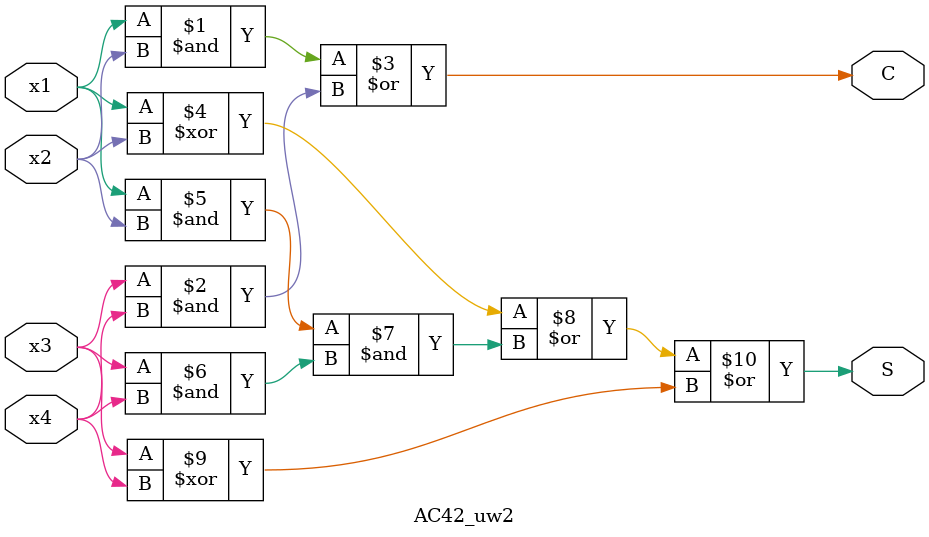
<source format=v>


`timescale 1ns/10ps

module AC42_uw2 (
    C,
    S,
    x1,
    x2,
    x3,
    x4
);


output C;
wire C;
output S;
wire S;
input x1;
input x2;
input x3;
input x4;





assign C = ((x1 & x2) | (x3 & x4));
assign S = (((x1 ^ x2) | ((x1 & x2) & (x3 & x4))) | (x3 ^ x4));

endmodule

</source>
